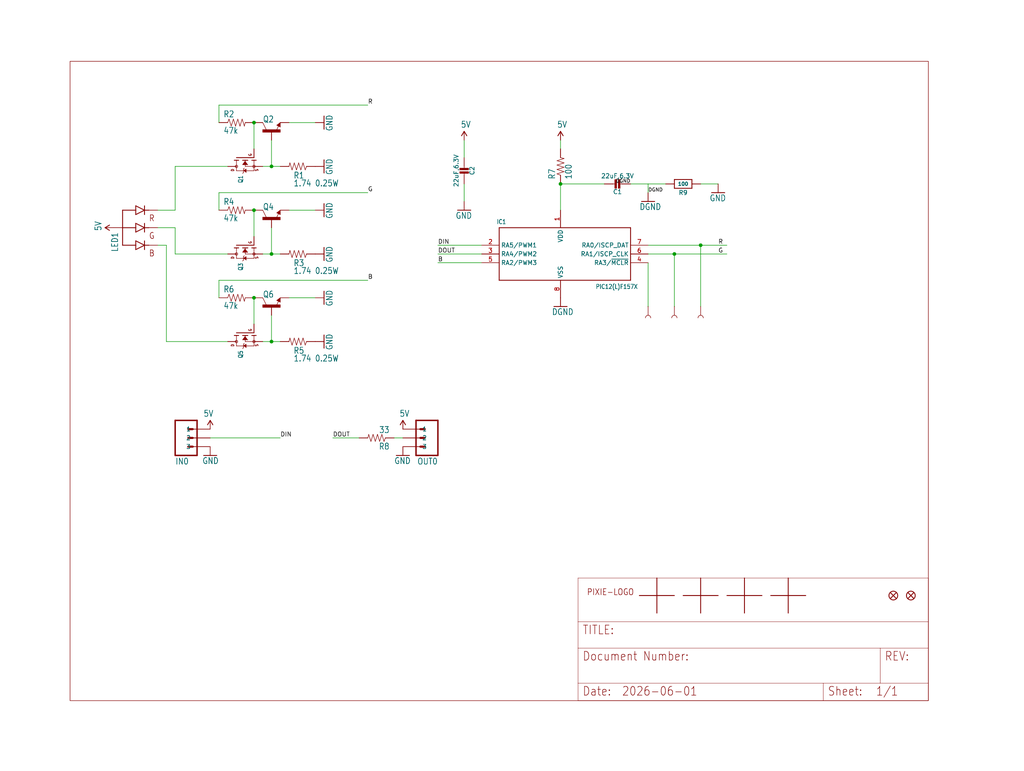
<source format=kicad_sch>
(kicad_sch (version 20230121) (generator eeschema)
  (paper "User" 297.002 223.571)
  (lib_symbols
    (symbol "working-eagle-import:5V" (power)
      (property "Value" "5V" (at -1.016 3.556 0))
      (symbol "5V_1_0"
        (polyline (pts (xy 0 2.54) (xy -0.762 1.27)) (stroke (width 0.254)))
        (polyline (pts (xy 0.762 1.27) (xy 0 2.54)) (stroke (width 0.254)))
        (pin power_in line (at 0 0 90) (length 2.54) (name "5V") (number "1"))
      )
    )
    (symbol "working-eagle-import:ALIGN_CROSS"
      (symbol "ALIGN_CROSS_1_0"
        (polyline (pts (xy -5.08 0) (xy 5.08 0)) (stroke (width 0.254)))
        (polyline (pts (xy 0 5.08) (xy 0 -5.08)) (stroke (width 0.254)))
      )
    )
    (symbol "working-eagle-import:CAP_CERAMIC_0805MP"
      (property "Reference" "C" (at -2.29 1.25 90))
      (symbol "CAP_CERAMIC_0805MP_1_0"
        (rectangle (start -1.27 0.508) (end 1.27 1.016) (fill (type outline)))
        (rectangle (start -1.27 1.524) (end 1.27 2.032) (fill (type outline)))
        (polyline (pts (xy 0 0.762) (xy 0 0)) (stroke (width 0.1524)))
        (polyline (pts (xy 0 2.54) (xy 0 1.778)) (stroke (width 0.1524)))
        (pin passive line (at 0 5.08 270) (length 2.54) (name "1") (number "1"))
        (pin passive line (at 0 -2.54 90) (length 2.54) (name "2") (number "2"))
      )
    )
    (symbol "working-eagle-import:DGND" (power)
      (property "Value" "DGND" (at -2.54 -2.54 0))
      (symbol "DGND_1_0"
        (polyline (pts (xy -1.905 0) (xy 1.905 0)) (stroke (width 0.254)))
        (pin power_in line (at 0 2.54 270) (length 2.54) (name "GND") (number "1"))
      )
    )
    (symbol "working-eagle-import:FIDUCIAL{dblquote}{dblquote}"
      (symbol "FIDUCIAL{dblquote}{dblquote}_1_0"
        (polyline (pts (xy -0.762 0.762) (xy 0.762 -0.762)) (stroke (width 0.254)))
        (polyline (pts (xy 0.762 0.762) (xy -0.762 -0.762)) (stroke (width 0.254)))
        (circle (center 0 0) (radius 1.27) (stroke (width 0.254)))
      )
    )
    (symbol "working-eagle-import:GND" (power)
      (property "Value" "GND" (at -2.54 -2.54 0))
      (symbol "GND_1_0"
        (polyline (pts (xy -1.905 0) (xy 1.905 0)) (stroke (width 0.254)))
        (pin power_in line (at 0 2.54 270) (length 2.54) (name "GND") (number "1"))
      )
    )
    (symbol "working-eagle-import:IRLML2060TRPBF"
      (property "Reference" "Q" (at 5.08 0.635 0))
      (symbol "IRLML2060TRPBF_1_0"
        (polyline (pts (xy 0 2.54) (xy 0 -2.54)) (stroke (width 0.254)))
        (polyline (pts (xy 0.762 -2.54) (xy 0.762 -3.175)) (stroke (width 0.254)))
        (polyline (pts (xy 0.762 -1.905) (xy 0.762 -2.54)) (stroke (width 0.254)))
        (polyline (pts (xy 0.762 0) (xy 0.762 -0.762)) (stroke (width 0.254)))
        (polyline (pts (xy 0.762 0) (xy 2.54 0)) (stroke (width 0.1524)))
        (polyline (pts (xy 0.762 0.762) (xy 0.762 0)) (stroke (width 0.254)))
        (polyline (pts (xy 0.762 2.54) (xy 0.762 1.905)) (stroke (width 0.254)))
        (polyline (pts (xy 0.762 2.54) (xy 3.81 2.54)) (stroke (width 0.1524)))
        (polyline (pts (xy 0.762 3.175) (xy 0.762 2.54)) (stroke (width 0.254)))
        (polyline (pts (xy 2.54 -2.54) (xy 0.762 -2.54)) (stroke (width 0.1524)))
        (polyline (pts (xy 2.54 -2.54) (xy 3.81 -2.54)) (stroke (width 0.1524)))
        (polyline (pts (xy 2.54 0) (xy 2.54 -2.54)) (stroke (width 0.1524)))
        (polyline (pts (xy 3.302 0.508) (xy 3.048 0.254)) (stroke (width 0.1524)))
        (polyline (pts (xy 3.81 0.508) (xy 3.302 0.508)) (stroke (width 0.1524)))
        (polyline (pts (xy 3.81 0.508) (xy 3.81 -2.54)) (stroke (width 0.1524)))
        (polyline (pts (xy 3.81 2.54) (xy 3.81 0.508)) (stroke (width 0.1524)))
        (polyline (pts (xy 4.318 0.508) (xy 3.81 0.508)) (stroke (width 0.1524)))
        (polyline (pts (xy 4.572 0.762) (xy 4.318 0.508)) (stroke (width 0.1524)))
        (polyline (pts (xy 1.016 0) (xy 2.032 0.762) (xy 2.032 -0.762)) (stroke (width 0.1524)) (fill (type outline)))
        (polyline (pts (xy 3.81 0.508) (xy 3.302 -0.254) (xy 4.318 -0.254)) (stroke (width 0.1524)) (fill (type outline)))
        (circle (center 2.54 -2.54) (radius 0.3592))
        (circle (center 2.54 2.54) (radius 0.3592))
        (text "D" (at 3.175 3.175 0) (effects (font (size 0.8128 0.6908)) (justify left bottom)))
        (text "G" (at -1.27 -1.905 0) (effects (font (size 0.8128 0.6908)) (justify left bottom)))
        (text "S" (at 3.175 -3.81 0) (effects (font (size 0.8128 0.6908)) (justify left bottom)))
        (pin bidirectional line (at -2.54 -2.54 0) (length 2.54) (name "G") (number "1"))
        (pin bidirectional line (at 2.54 -5.08 90) (length 2.54) (name "S") (number "2"))
        (pin bidirectional line (at 2.54 5.08 270) (length 2.54) (name "D") (number "3"))
      )
    )
    (symbol "working-eagle-import:LETTER_L"
      (symbol "LETTER_L_1_0"
        (polyline (pts (xy 0 0) (xy 248.92 0) (xy 248.92 185.42) (xy 0 185.42) (xy 0 0)))
      )
      (symbol "LETTER_L_2_0"
        (polyline (pts (xy 0 0) (xy 0 5.08)) (stroke (width 0.1016)))
        (polyline (pts (xy 0 0) (xy 71.12 0)) (stroke (width 0.1016)))
        (polyline (pts (xy 0 5.08) (xy 0 15.24)) (stroke (width 0.1016)))
        (polyline (pts (xy 0 5.08) (xy 71.12 5.08)) (stroke (width 0.1016)))
        (polyline (pts (xy 0 15.24) (xy 0 22.86)) (stroke (width 0.1016)))
        (polyline (pts (xy 0 22.86) (xy 0 35.56)) (stroke (width 0.1016)))
        (polyline (pts (xy 0 22.86) (xy 101.6 22.86)) (stroke (width 0.1016)))
        (polyline (pts (xy 71.12 0) (xy 101.6 0)) (stroke (width 0.1016)))
        (polyline (pts (xy 71.12 5.08) (xy 71.12 0)) (stroke (width 0.1016)))
        (polyline (pts (xy 71.12 5.08) (xy 87.63 5.08)) (stroke (width 0.1016)))
        (polyline (pts (xy 87.63 5.08) (xy 101.6 5.08)) (stroke (width 0.1016)))
        (polyline (pts (xy 87.63 15.24) (xy 0 15.24)) (stroke (width 0.1016)))
        (polyline (pts (xy 87.63 15.24) (xy 87.63 5.08)) (stroke (width 0.1016)))
        (polyline (pts (xy 101.6 5.08) (xy 101.6 0)) (stroke (width 0.1016)))
        (polyline (pts (xy 101.6 15.24) (xy 87.63 15.24)) (stroke (width 0.1016)))
        (polyline (pts (xy 101.6 15.24) (xy 101.6 5.08)) (stroke (width 0.1016)))
        (polyline (pts (xy 101.6 22.86) (xy 101.6 15.24)) (stroke (width 0.1016)))
        (polyline (pts (xy 101.6 35.56) (xy 0 35.56)) (stroke (width 0.1016)))
        (polyline (pts (xy 101.6 35.56) (xy 101.6 22.86)) (stroke (width 0.1016)))
        (text "${#}/${##}" (at 86.36 1.27 0) (effects (font (size 2.54 2.159)) (justify left bottom)))
        (text "${CURRENT_DATE}" (at 12.7 1.27 0) (effects (font (size 2.54 2.159)) (justify left bottom)))
        (text "${PROJECTNAME}" (at 17.78 19.05 0) (effects (font (size 2.54 2.159)) (justify left bottom)))
        (text "Date:" (at 1.27 1.27 0) (effects (font (size 2.54 2.159)) (justify left bottom)))
        (text "Document Number:" (at 1.27 11.43 0) (effects (font (size 2.54 2.159)) (justify left bottom)))
        (text "REV:" (at 88.9 11.43 0) (effects (font (size 2.54 2.159)) (justify left bottom)))
        (text "Sheet:" (at 72.39 1.27 0) (effects (font (size 2.54 2.159)) (justify left bottom)))
        (text "TITLE:" (at 1.27 19.05 0) (effects (font (size 2.54 2.159)) (justify left bottom)))
      )
    )
    (symbol "working-eagle-import:M030.1PWR+SIG"
      (property "Reference" "JP" (at -2.54 5.842 0))
      (symbol "M030.1PWR+SIG_1_0"
        (polyline (pts (xy -2.54 5.08) (xy -2.54 -5.08)) (stroke (width 0.4064)))
        (polyline (pts (xy -2.54 5.08) (xy 3.81 5.08)) (stroke (width 0.4064)))
        (polyline (pts (xy 1.27 -2.54) (xy 2.54 -2.54)) (stroke (width 0.6096)))
        (polyline (pts (xy 1.27 0) (xy 2.54 0)) (stroke (width 0.6096)))
        (polyline (pts (xy 1.27 2.54) (xy 2.54 2.54)) (stroke (width 0.6096)))
        (polyline (pts (xy 3.81 -5.08) (xy -2.54 -5.08)) (stroke (width 0.4064)))
        (polyline (pts (xy 3.81 -5.08) (xy 3.81 5.08)) (stroke (width 0.4064)))
        (pin passive line (at 7.62 -2.54 180) (length 5.08) (name "1") (number "P$1"))
        (pin passive line (at 7.62 0 180) (length 5.08) (name "2") (number "P$2"))
        (pin passive line (at 7.62 2.54 180) (length 5.08) (name "3") (number "P$3"))
      )
    )
    (symbol "working-eagle-import:MMBT2222A"
      (property "Reference" "Q" (at 5.08 0 0))
      (symbol "MMBT2222A_1_0"
        (rectangle (start -0.254 -2.54) (end 0.508 2.54) (fill (type outline)))
        (polyline (pts (xy 1.27 -2.54) (xy 1.778 -1.524)) (stroke (width 0.1524)))
        (polyline (pts (xy 1.524 -2.413) (xy 2.286 -2.413)) (stroke (width 0.254)))
        (polyline (pts (xy 1.524 -2.286) (xy 1.905 -2.286)) (stroke (width 0.254)))
        (polyline (pts (xy 1.54 -2.04) (xy 0.308 -1.424)) (stroke (width 0.1524)))
        (polyline (pts (xy 1.778 -1.778) (xy 1.524 -2.286)) (stroke (width 0.254)))
        (polyline (pts (xy 1.778 -1.524) (xy 2.54 -2.54)) (stroke (width 0.1524)))
        (polyline (pts (xy 1.905 -2.286) (xy 1.778 -2.032)) (stroke (width 0.254)))
        (polyline (pts (xy 2.286 -2.413) (xy 1.778 -1.778)) (stroke (width 0.254)))
        (polyline (pts (xy 2.54 -2.54) (xy 1.27 -2.54)) (stroke (width 0.1524)))
        (polyline (pts (xy 2.54 2.54) (xy 0.508 1.524)) (stroke (width 0.1524)))
        (pin passive line (at -2.54 0 0) (length 2.54) (name "B") (number "1"))
        (pin passive line (at 2.54 -5.08 90) (length 2.54) (name "E") (number "2"))
        (pin passive line (at 2.54 5.08 270) (length 2.54) (name "C") (number "3"))
      )
    )
    (symbol "working-eagle-import:PIC12(L)F157X"
      (property "Reference" "IC" (at -10.922 13.716 0))
      (symbol "PIC12(L)F157X_1_0"
        (polyline (pts (xy -10.16 -2.54) (xy -10.16 12.7)) (stroke (width 0.254)))
        (polyline (pts (xy -10.16 12.7) (xy 27.94 12.7)) (stroke (width 0.254)))
        (polyline (pts (xy 27.94 -2.54) (xy -10.16 -2.54)) (stroke (width 0.254)))
        (polyline (pts (xy 27.94 12.7) (xy 27.94 -2.54)) (stroke (width 0.254)))
        (pin power_in line (at 7.62 17.78 270) (length 5.08) (name "VDD") (number "1"))
        (pin bidirectional line (at -15.24 7.62 0) (length 5.08) (name "RA5/PWM1") (number "2"))
        (pin bidirectional line (at -15.24 5.08 0) (length 5.08) (name "RA4/PWM2") (number "3"))
        (pin bidirectional line (at 33.02 2.54 180) (length 5.08) (name "RA3/~{MCLR}") (number "4"))
        (pin bidirectional line (at -15.24 2.54 0) (length 5.08) (name "RA2/PWM3") (number "5"))
        (pin bidirectional line (at 33.02 5.08 180) (length 5.08) (name "RA1/ISCP_CLK") (number "6"))
        (pin bidirectional line (at 33.02 7.62 180) (length 5.08) (name "RA0/ISCP_DAT") (number "7"))
        (pin power_in line (at 7.62 -7.62 90) (length 5.08) (name "VSS") (number "8"))
      )
    )
    (symbol "working-eagle-import:PIXIE-LOGO"
      (symbol "PIXIE-LOGO_1_0"
        (text "PIXIE-LOGO" (at 0 0 0) (effects (font (size 1.778 1.5113)) (justify left bottom)))
      )
    )
    (symbol "working-eagle-import:RESISTOR1206"
      (property "Reference" "R" (at -3.81 1.4986 0))
      (symbol "RESISTOR1206_1_0"
        (polyline (pts (xy -2.54 0) (xy -2.159 1.016)) (stroke (width 0.1524)))
        (polyline (pts (xy -2.159 1.016) (xy -1.524 -1.016)) (stroke (width 0.1524)))
        (polyline (pts (xy -1.524 -1.016) (xy -0.889 1.016)) (stroke (width 0.1524)))
        (polyline (pts (xy -0.889 1.016) (xy -0.254 -1.016)) (stroke (width 0.1524)))
        (polyline (pts (xy -0.254 -1.016) (xy 0.381 1.016)) (stroke (width 0.1524)))
        (polyline (pts (xy 0.381 1.016) (xy 1.016 -1.016)) (stroke (width 0.1524)))
        (polyline (pts (xy 1.016 -1.016) (xy 1.651 1.016)) (stroke (width 0.1524)))
        (polyline (pts (xy 1.651 1.016) (xy 2.286 -1.016)) (stroke (width 0.1524)))
        (polyline (pts (xy 2.286 -1.016) (xy 2.54 0)) (stroke (width 0.1524)))
        (pin passive line (at -5.08 0 0) (length 2.54) (name "1") (number "1"))
        (pin passive line (at 5.08 0 180) (length 2.54) (name "2") (number "2"))
      )
    )
    (symbol "working-eagle-import:RESISTOR_0603MP"
      (property "Reference" "R" (at 0 2.54 0))
      (symbol "RESISTOR_0603MP_1_0"
        (polyline (pts (xy -2.54 -1.27) (xy -2.54 1.27)) (stroke (width 0.254)))
        (polyline (pts (xy -2.54 1.27) (xy 2.54 1.27)) (stroke (width 0.254)))
        (polyline (pts (xy 2.54 -1.27) (xy -2.54 -1.27)) (stroke (width 0.254)))
        (polyline (pts (xy 2.54 1.27) (xy 2.54 -1.27)) (stroke (width 0.254)))
        (pin passive line (at -5.08 0 0) (length 2.54) (name "1") (number "1"))
        (pin passive line (at 5.08 0 180) (length 2.54) (name "2") (number "2"))
      )
    )
    (symbol "working-eagle-import:RGBLED_CA"
      (property "Reference" "LED" (at -6.35 1.27 90))
      (symbol "RGBLED_CA_1_0"
        (polyline (pts (xy -5.08 -5.08) (xy -1.27 -5.08)) (stroke (width 0.254)))
        (polyline (pts (xy -5.08 0) (xy -5.08 -5.08)) (stroke (width 0.254)))
        (polyline (pts (xy -5.08 0) (xy -1.27 0)) (stroke (width 0.254)))
        (polyline (pts (xy -5.08 5.08) (xy -5.08 0)) (stroke (width 0.254)))
        (polyline (pts (xy -5.08 5.08) (xy -1.27 5.08)) (stroke (width 0.254)))
        (polyline (pts (xy -1.27 -6.35) (xy 1.27 -5.08)) (stroke (width 0.254)))
        (polyline (pts (xy -1.27 -5.08) (xy -1.27 -6.35)) (stroke (width 0.254)))
        (polyline (pts (xy -1.27 -3.81) (xy -1.27 -5.08)) (stroke (width 0.254)))
        (polyline (pts (xy -1.27 -1.27) (xy 1.27 0)) (stroke (width 0.254)))
        (polyline (pts (xy -1.27 0) (xy -1.27 -1.27)) (stroke (width 0.254)))
        (polyline (pts (xy -1.27 1.27) (xy -1.27 0)) (stroke (width 0.254)))
        (polyline (pts (xy -1.27 3.81) (xy 1.27 5.08)) (stroke (width 0.254)))
        (polyline (pts (xy -1.27 5.08) (xy -1.27 3.81)) (stroke (width 0.254)))
        (polyline (pts (xy -1.27 6.35) (xy -1.27 5.08)) (stroke (width 0.254)))
        (polyline (pts (xy 1.27 -6.35) (xy 1.27 -5.08)) (stroke (width 0.254)))
        (polyline (pts (xy 1.27 -5.08) (xy -1.27 -3.81)) (stroke (width 0.254)))
        (polyline (pts (xy 1.27 -5.08) (xy 1.27 -3.81)) (stroke (width 0.254)))
        (polyline (pts (xy 1.27 -5.08) (xy 2.54 -5.08)) (stroke (width 0.254)))
        (polyline (pts (xy 1.27 0) (xy -1.27 1.27)) (stroke (width 0.254)))
        (polyline (pts (xy 1.27 0) (xy 1.27 -1.27)) (stroke (width 0.254)))
        (polyline (pts (xy 1.27 1.27) (xy 1.27 0)) (stroke (width 0.254)))
        (polyline (pts (xy 1.27 5.08) (xy -1.27 6.35)) (stroke (width 0.254)))
        (polyline (pts (xy 1.27 5.08) (xy 1.27 3.81)) (stroke (width 0.254)))
        (polyline (pts (xy 1.27 5.08) (xy 2.54 5.08)) (stroke (width 0.254)))
        (polyline (pts (xy 1.27 6.35) (xy 1.27 5.08)) (stroke (width 0.254)))
        (polyline (pts (xy 2.54 0) (xy 1.27 0)) (stroke (width 0.254)))
        (text "B" (at 2.54 6.35 0) (effects (font (size 1.778 1.5113)) (justify left bottom)))
        (text "G" (at 2.54 1.27 0) (effects (font (size 1.778 1.5113)) (justify left bottom)))
        (text "R" (at 2.54 -3.81 0) (effects (font (size 1.778 1.5113)) (justify left bottom)))
        (pin bidirectional line (at -7.62 0 0) (length 2.54) (name "VCC") (number "ANODE"))
        (pin bidirectional line (at 5.08 5.08 180) (length 2.54) (name "BLUE") (number "B"))
        (pin bidirectional line (at 5.08 0 180) (length 2.54) (name "GREEN") (number "G"))
        (pin bidirectional line (at 5.08 -5.08 180) (length 2.54) (name "RED") (number "R"))
      )
    )
    (symbol "working-eagle-import:RGBLED_RESISTOR0603"
      (property "Reference" "R" (at -3.81 1.4986 0))
      (symbol "RGBLED_RESISTOR0603_1_0"
        (polyline (pts (xy -2.54 0) (xy -2.159 1.016)) (stroke (width 0.1524)))
        (polyline (pts (xy -2.159 1.016) (xy -1.524 -1.016)) (stroke (width 0.1524)))
        (polyline (pts (xy -1.524 -1.016) (xy -0.889 1.016)) (stroke (width 0.1524)))
        (polyline (pts (xy -0.889 1.016) (xy -0.254 -1.016)) (stroke (width 0.1524)))
        (polyline (pts (xy -0.254 -1.016) (xy 0.381 1.016)) (stroke (width 0.1524)))
        (polyline (pts (xy 0.381 1.016) (xy 1.016 -1.016)) (stroke (width 0.1524)))
        (polyline (pts (xy 1.016 -1.016) (xy 1.651 1.016)) (stroke (width 0.1524)))
        (polyline (pts (xy 1.651 1.016) (xy 2.286 -1.016)) (stroke (width 0.1524)))
        (polyline (pts (xy 2.286 -1.016) (xy 2.54 0)) (stroke (width 0.1524)))
        (pin passive line (at -5.08 0 0) (length 2.54) (name "1") (number "1"))
        (pin passive line (at 5.08 0 180) (length 2.54) (name "2") (number "2"))
      )
    )
    (symbol "working-eagle-import:TEST-POINT3X4"
      (symbol "TEST-POINT3X4_1_0"
        (polyline (pts (xy 2.54 0) (xy 0 0)) (stroke (width 0.1524)))
        (arc (start 3.302 0.762) (mid 2.5433 0) (end 3.302 -0.762) (stroke (width 0.1524)))
        (pin bidirectional line (at 0 0 180) (length 0) (name "1") (number "P$1"))
      )
    )
  )
  (junction (at 162.56 53.34))
  (junction (at 195.58 73.66))
  (junction (at 203.2 71.12))
  (junction (at 73.66 86.36))
  (junction (at 78.74 99.06))
  (junction (at 73.66 35.56))
  (junction (at 78.74 73.66))
  (junction (at 73.66 60.96))
  (junction (at 78.74 48.26))
  (wire (pts (xy 76.2 48.26) (xy 78.74 48.26)) (stroke (width 0.1524)))
  (wire (pts (xy 203.2 71.12) (xy 210.82 71.12)) (stroke (width 0.1524)))
  (wire (pts (xy 50.8 48.26) (xy 66.04 48.26)) (stroke (width 0.1524)))
  (wire (pts (xy 91.44 60.96) (xy 83.82 60.96)) (stroke (width 0.1524)))
  (wire (pts (xy 48.26 99.06) (xy 66.04 99.06)) (stroke (width 0.1524)))
  (wire (pts (xy 162.56 53.34) (xy 175.26 53.34)) (stroke (width 0.1524)))
  (wire (pts (xy 63.5 55.88) (xy 63.5 60.96)) (stroke (width 0.1524)))
  (wire (pts (xy 162.56 40.64) (xy 162.56 43.18)) (stroke (width 0.1524)))
  (wire (pts (xy 50.8 73.66) (xy 66.04 73.66)) (stroke (width 0.1524)))
  (wire (pts (xy 195.58 88.9) (xy 195.58 73.66)) (stroke (width 0.1524)))
  (wire (pts (xy 91.44 35.56) (xy 83.82 35.56)) (stroke (width 0.1524)))
  (wire (pts (xy 187.96 55.88) (xy 187.96 53.34)) (stroke (width 0.1524)))
  (wire (pts (xy 139.7 76.2) (xy 127 76.2)) (stroke (width 0.1524)))
  (wire (pts (xy 45.72 71.12) (xy 48.26 71.12)) (stroke (width 0.1524)))
  (wire (pts (xy 182.88 53.34) (xy 193.04 53.34)) (stroke (width 0.1524)))
  (wire (pts (xy 45.72 60.96) (xy 50.8 60.96)) (stroke (width 0.1524)))
  (wire (pts (xy 50.8 66.04) (xy 50.8 73.66)) (stroke (width 0.1524)))
  (wire (pts (xy 63.5 55.88) (xy 106.68 55.88)) (stroke (width 0.1524)))
  (wire (pts (xy 203.2 88.9) (xy 203.2 71.12)) (stroke (width 0.1524)))
  (wire (pts (xy 63.5 30.48) (xy 63.5 35.56)) (stroke (width 0.1524)))
  (wire (pts (xy 187.96 73.66) (xy 195.58 73.66)) (stroke (width 0.1524)))
  (wire (pts (xy 78.74 66.04) (xy 78.74 73.66)) (stroke (width 0.1524)))
  (wire (pts (xy 63.5 30.48) (xy 106.68 30.48)) (stroke (width 0.1524)))
  (wire (pts (xy 114.3 127) (xy 116.84 127)) (stroke (width 0.1524)))
  (wire (pts (xy 195.58 73.66) (xy 210.82 73.66)) (stroke (width 0.1524)))
  (wire (pts (xy 76.2 73.66) (xy 78.74 73.66)) (stroke (width 0.1524)))
  (wire (pts (xy 78.74 91.44) (xy 78.74 99.06)) (stroke (width 0.1524)))
  (wire (pts (xy 60.96 127) (xy 81.28 127)) (stroke (width 0.1524)))
  (wire (pts (xy 139.7 71.12) (xy 127 71.12)) (stroke (width 0.1524)))
  (wire (pts (xy 187.96 71.12) (xy 203.2 71.12)) (stroke (width 0.1524)))
  (wire (pts (xy 104.14 127) (xy 96.52 127)) (stroke (width 0.1524)))
  (wire (pts (xy 50.8 60.96) (xy 50.8 48.26)) (stroke (width 0.1524)))
  (wire (pts (xy 78.74 48.26) (xy 81.28 48.26)) (stroke (width 0.1524)))
  (wire (pts (xy 76.2 99.06) (xy 78.74 99.06)) (stroke (width 0.1524)))
  (wire (pts (xy 78.74 40.64) (xy 78.74 48.26)) (stroke (width 0.1524)))
  (wire (pts (xy 162.56 60.96) (xy 162.56 53.34)) (stroke (width 0.1524)))
  (wire (pts (xy 139.7 73.66) (xy 127 73.66)) (stroke (width 0.1524)))
  (wire (pts (xy 134.62 58.42) (xy 134.62 53.34)) (stroke (width 0.1524)))
  (wire (pts (xy 63.5 81.28) (xy 63.5 86.36)) (stroke (width 0.1524)))
  (wire (pts (xy 78.74 99.06) (xy 81.28 99.06)) (stroke (width 0.1524)))
  (wire (pts (xy 48.26 71.12) (xy 48.26 99.06)) (stroke (width 0.1524)))
  (wire (pts (xy 45.72 66.04) (xy 50.8 66.04)) (stroke (width 0.1524)))
  (wire (pts (xy 134.62 40.64) (xy 134.62 45.72)) (stroke (width 0.1524)))
  (wire (pts (xy 73.66 68.58) (xy 73.66 60.96)) (stroke (width 0.1524)))
  (wire (pts (xy 63.5 81.28) (xy 106.68 81.28)) (stroke (width 0.1524)))
  (wire (pts (xy 73.66 43.18) (xy 73.66 35.56)) (stroke (width 0.1524)))
  (wire (pts (xy 73.66 93.98) (xy 73.66 86.36)) (stroke (width 0.1524)))
  (wire (pts (xy 187.96 88.9) (xy 187.96 76.2)) (stroke (width 0.1524)))
  (wire (pts (xy 91.44 86.36) (xy 83.82 86.36)) (stroke (width 0.1524)))
  (wire (pts (xy 203.2 53.34) (xy 208.28 53.34)) (stroke (width 0.1524)))
  (wire (pts (xy 78.74 73.66) (xy 81.28 73.66)) (stroke (width 0.1524)))
  (label "DGND" (at 182.88 53.34 180) (effects (font (size 1.016 1.016))))
  (label "DOUT" (at 127 73.66 0) (effects (font (size 1.2446 1.2446))))
  (label "G" (at 106.68 55.88 0) (effects (font (size 1.2446 1.2446))))
  (label "DOUT" (at 96.52 127 0) (effects (font (size 1.2446 1.2446))))
  (label "R" (at 208.28 71.12 0) (effects (font (size 1.2446 1.2446))))
  (label "B" (at 106.68 81.28 0) (effects (font (size 1.2446 1.2446))))
  (label "DIN" (at 81.28 127 0) (effects (font (size 1.2446 1.2446))))
  (label "B" (at 127 76.2 0) (effects (font (size 1.2446 1.2446))))
  (label "G" (at 208.28 73.66 0) (effects (font (size 1.2446 1.2446))))
  (label "R" (at 106.68 30.48 0) (effects (font (size 1.2446 1.2446))))
  (label "DGND" (at 187.96 55.88 0) (effects (font (size 1.016 1.016))))
  (label "DIN" (at 127 71.12 0) (effects (font (size 1.2446 1.2446))))
  (symbol (lib_id "working-eagle-import:GND") (at 208.28 55.88 0) (unit 1)
    (property "Reference" "#GND4" (effects hide))
    (property "Value" "GND" (at 205.74 58.42 0) (effects (font (size 1.778 1.5113)) (justify left bottom)))
  )
  (symbol (lib_id "working-eagle-import:GND") (at 93.98 73.66 90) (unit 1)
    (property "Reference" "#GND3" (effects hide))
    (property "Value" "GND" (at 96.52 76.2 0) (effects (font (size 1.778 1.5113)) (justify left bottom)))
  )
  (symbol (lib_id "working-eagle-import:TEST-POINT3X4") (at 187.96 88.9 270) (unit 1)
    (property "Reference" "!MCLR0" (effects hide))
    (property "Value" "TEST-POINT3X4" (effects hide))
    (property "Footprint" "working:PAD.03X.04" (effects hide))
  )
  (symbol (lib_id "working-eagle-import:RGBLED_CA") (at 40.64 66.04 0) (mirror x) (unit 1)
    (property "Reference" "LED1" (at 34.29 67.31 90) (effects (font (size 1.778 1.5113)) (justify left bottom)))
    (property "Value" "RGBLED_CA" (effects hide))
    (property "Footprint" "working:RGBLED3W4PIN" (effects hide))
  )
  (symbol (lib_id "working-eagle-import:MMBT2222A") (at 78.74 88.9 90) (unit 1)
    (property "Reference" "Q6" (at 76.2 86.36 90) (effects (font (size 1.778 1.5113)) (justify right top)))
    (property "Value" "MMBT2222A" (effects hide))
    (property "Footprint" "working:SOT23-3" (effects hide))
  )
  (symbol (lib_id "working-eagle-import:PIXIE-LOGO") (at 170.18 172.72 0) (unit 1)
    (property "Reference" "U$5" (effects hide))
    (property "Value" "PIXIE-LOGO" (effects hide))
    (property "Footprint" "working:PIXIE-LOGO" (effects hide))
  )
  (symbol (lib_id "working-eagle-import:RGBLED_RESISTOR0603") (at 68.58 35.56 0) (unit 1)
    (property "Reference" "R2" (at 64.77 34.0614 0) (effects (font (size 1.778 1.5113)) (justify left bottom)))
    (property "Value" "47k" (at 64.77 38.862 0) (effects (font (size 1.778 1.5113)) (justify left bottom)))
    (property "Footprint" "working:0603-RES" (effects hide))
  )
  (symbol (lib_id "working-eagle-import:GND") (at 134.62 60.96 0) (unit 1)
    (property "Reference" "#GND8" (effects hide))
    (property "Value" "GND" (at 132.08 63.5 0) (effects (font (size 1.778 1.5113)) (justify left bottom)))
  )
  (symbol (lib_id "working-eagle-import:GND") (at 93.98 35.56 90) (unit 1)
    (property "Reference" "#GND2" (effects hide))
    (property "Value" "GND" (at 96.52 38.1 0) (effects (font (size 1.778 1.5113)) (justify left bottom)))
  )
  (symbol (lib_id "working-eagle-import:RGBLED_RESISTOR0603") (at 162.56 48.26 90) (unit 1)
    (property "Reference" "R7" (at 161.0614 52.07 0) (effects (font (size 1.778 1.5113)) (justify left bottom)))
    (property "Value" "100" (at 165.862 52.07 0) (effects (font (size 1.778 1.5113)) (justify left bottom)))
    (property "Footprint" "working:0603-RES" (effects hide))
  )
  (symbol (lib_id "working-eagle-import:TEST-POINT3X4") (at 203.2 88.9 270) (unit 1)
    (property "Reference" "PGD0" (effects hide))
    (property "Value" "TEST-POINT3X4" (effects hide))
    (property "Footprint" "working:PAD.03X.04" (effects hide))
  )
  (symbol (lib_id "working-eagle-import:GND") (at 60.96 132.08 0) (mirror y) (unit 1)
    (property "Reference" "#GND12" (effects hide))
    (property "Value" "GND" (at 63.5 134.62 0) (effects (font (size 1.778 1.5113)) (justify left bottom)))
  )
  (symbol (lib_id "working-eagle-import:ALIGN_CROSS") (at 190.5 172.72 0) (unit 1)
    (property "Reference" "U$1" (effects hide))
    (property "Value" "ALIGN_CROSS" (effects hide))
    (property "Footprint" "working:ALIGN_CROSS" (effects hide))
  )
  (symbol (lib_id "working-eagle-import:5V") (at 60.96 124.46 0) (mirror y) (unit 1)
    (property "Reference" "#SUPPLY1" (effects hide))
    (property "Value" "5V" (at 61.976 120.904 0) (effects (font (size 1.778 1.5113)) (justify left bottom)))
  )
  (symbol (lib_id "working-eagle-import:RGBLED_RESISTOR0603") (at 109.22 127 180) (unit 1)
    (property "Reference" "R8" (at 113.03 128.4986 0) (effects (font (size 1.778 1.5113)) (justify left bottom)))
    (property "Value" "33" (at 113.03 123.698 0) (effects (font (size 1.778 1.5113)) (justify left bottom)))
    (property "Footprint" "working:0603-RES" (effects hide))
  )
  (symbol (lib_id "working-eagle-import:IRLML2060TRPBF") (at 71.12 96.52 90) (mirror x) (unit 1)
    (property "Reference" "Q5" (at 70.485 101.6 0) (effects (font (size 1.27 1.0795)) (justify left bottom)))
    (property "Value" "IRLML2060TRPBF" (effects hide))
    (property "Footprint" "working:SOT23-3" (effects hide))
  )
  (symbol (lib_id "working-eagle-import:GND") (at 93.98 86.36 90) (unit 1)
    (property "Reference" "#GND10" (effects hide))
    (property "Value" "GND" (at 96.52 88.9 0) (effects (font (size 1.778 1.5113)) (justify left bottom)))
  )
  (symbol (lib_id "working-eagle-import:FIDUCIAL{dblquote}{dblquote}") (at 259.08 172.72 0) (unit 1)
    (property "Reference" "U$6" (effects hide))
    (property "Value" "FIDUCIAL{dblquote}{dblquote}" (effects hide))
    (property "Footprint" "working:FIDUCIAL_1MM" (effects hide))
  )
  (symbol (lib_id "working-eagle-import:DGND") (at 162.56 88.9 0) (unit 1)
    (property "Reference" "#GND6" (effects hide))
    (property "Value" "DGND" (at 160.02 91.44 0) (effects (font (size 1.778 1.5113)) (justify left bottom)))
  )
  (symbol (lib_id "working-eagle-import:DGND") (at 187.96 58.42 0) (unit 1)
    (property "Reference" "#GND5" (effects hide))
    (property "Value" "DGND" (at 185.42 60.96 0) (effects (font (size 1.778 1.5113)) (justify left bottom)))
  )
  (symbol (lib_id "working-eagle-import:IRLML2060TRPBF") (at 71.12 45.72 90) (mirror x) (unit 1)
    (property "Reference" "Q1" (at 70.485 50.8 0) (effects (font (size 1.27 1.0795)) (justify left bottom)))
    (property "Value" "IRLML2060TRPBF" (effects hide))
    (property "Footprint" "working:SOT23-3" (effects hide))
  )
  (symbol (lib_id "working-eagle-import:RESISTOR_0603MP") (at 198.12 53.34 180) (unit 1)
    (property "Reference" "R9" (at 198.12 55.88 0))
    (property "Value" "100" (at 198.12 53.34 0) (effects (font (size 1.016 1.016) bold)))
    (property "Footprint" "working:_0603MP" (effects hide))
  )
  (symbol (lib_id "working-eagle-import:MMBT2222A") (at 78.74 63.5 90) (unit 1)
    (property "Reference" "Q4" (at 76.2 60.96 90) (effects (font (size 1.778 1.5113)) (justify right top)))
    (property "Value" "MMBT2222A" (effects hide))
    (property "Footprint" "working:SOT23-3" (effects hide))
  )
  (symbol (lib_id "working-eagle-import:MMBT2222A") (at 78.74 38.1 90) (unit 1)
    (property "Reference" "Q2" (at 76.2 35.56 90) (effects (font (size 1.778 1.5113)) (justify right top)))
    (property "Value" "MMBT2222A" (effects hide))
    (property "Footprint" "working:SOT23-3" (effects hide))
  )
  (symbol (lib_id "working-eagle-import:5V") (at 116.84 124.46 0) (unit 1)
    (property "Reference" "#SUPPLY2" (effects hide))
    (property "Value" "5V" (at 115.824 120.904 0) (effects (font (size 1.778 1.5113)) (justify left bottom)))
  )
  (symbol (lib_id "working-eagle-import:LETTER_L") (at 20.32 203.2 0) (unit 1)
    (property "Reference" "#FRAME1" (effects hide))
    (property "Value" "LETTER_L" (effects hide))
  )
  (symbol (lib_id "working-eagle-import:RESISTOR1206") (at 86.36 73.66 180) (unit 1)
    (property "Reference" "R3" (at 85.09 77.2414 0) (effects (font (size 1.778 1.5113)) (justify right top)))
    (property "Value" "1.74 0.25W" (at 85.09 79.502 0) (effects (font (size 1.778 1.5113)) (justify right top)))
    (property "Footprint" "working:1206" (effects hide))
  )
  (symbol (lib_id "working-eagle-import:LETTER_L") (at 167.64 203.2 0) (unit 2)
    (property "Reference" "#FRAME1" (effects hide))
    (property "Value" "LETTER_L" (effects hide))
  )
  (symbol (lib_id "working-eagle-import:M030.1PWR+SIG") (at 53.34 127 0) (mirror x) (unit 1)
    (property "Reference" "IN0" (at 50.8 132.842 0) (effects (font (size 1.778 1.5113)) (justify left bottom)))
    (property "Value" "M030.1PWR+SIG" (effects hide))
    (property "Footprint" "working:1X03-0.1PWR+SIG" (effects hide))
  )
  (symbol (lib_id "working-eagle-import:5V") (at 134.62 40.64 0) (unit 1)
    (property "Reference" "#SUPPLY3" (effects hide))
    (property "Value" "5V" (at 133.604 37.084 0) (effects (font (size 1.778 1.5113)) (justify left bottom)))
  )
  (symbol (lib_id "working-eagle-import:CAP_CERAMIC_0805MP") (at 134.62 48.26 180) (unit 1)
    (property "Reference" "C2" (at 136.91 49.51 90))
    (property "Value" "22uF,6.3V" (at 132.32 49.51 90))
    (property "Footprint" "working:_0805MP" (effects hide))
  )
  (symbol (lib_id "working-eagle-import:FIDUCIAL{dblquote}{dblquote}") (at 264.16 172.72 0) (unit 1)
    (property "Reference" "U$7" (effects hide))
    (property "Value" "FIDUCIAL{dblquote}{dblquote}" (effects hide))
    (property "Footprint" "working:FIDUCIAL_1MM" (effects hide))
  )
  (symbol (lib_id "working-eagle-import:RGBLED_RESISTOR0603") (at 68.58 86.36 0) (unit 1)
    (property "Reference" "R6" (at 64.77 84.8614 0) (effects (font (size 1.778 1.5113)) (justify left bottom)))
    (property "Value" "47k" (at 64.77 89.662 0) (effects (font (size 1.778 1.5113)) (justify left bottom)))
    (property "Footprint" "working:0603-RES" (effects hide))
  )
  (symbol (lib_id "working-eagle-import:GND") (at 116.84 132.08 0) (unit 1)
    (property "Reference" "#GND11" (effects hide))
    (property "Value" "GND" (at 114.3 134.62 0) (effects (font (size 1.778 1.5113)) (justify left bottom)))
  )
  (symbol (lib_id "working-eagle-import:TEST-POINT3X4") (at 195.58 88.9 270) (unit 1)
    (property "Reference" "PGC0" (effects hide))
    (property "Value" "TEST-POINT3X4" (effects hide))
    (property "Footprint" "working:PAD.03X.04" (effects hide))
  )
  (symbol (lib_id "working-eagle-import:RESISTOR1206") (at 86.36 48.26 180) (unit 1)
    (property "Reference" "R1" (at 85.09 51.8414 0) (effects (font (size 1.778 1.5113)) (justify right top)))
    (property "Value" "1.74 0.25W" (at 85.09 54.102 0) (effects (font (size 1.778 1.5113)) (justify right top)))
    (property "Footprint" "working:1206" (effects hide))
  )
  (symbol (lib_id "working-eagle-import:M030.1PWR+SIG") (at 124.46 127 180) (unit 1)
    (property "Reference" "OUT0" (at 127 132.842 0) (effects (font (size 1.778 1.5113)) (justify left bottom)))
    (property "Value" "M030.1PWR+SIG" (effects hide))
    (property "Footprint" "working:1X03-0.1PWR+SIG" (effects hide))
  )
  (symbol (lib_id "working-eagle-import:IRLML2060TRPBF") (at 71.12 71.12 90) (mirror x) (unit 1)
    (property "Reference" "Q3" (at 70.485 76.2 0) (effects (font (size 1.27 1.0795)) (justify left bottom)))
    (property "Value" "IRLML2060TRPBF" (effects hide))
    (property "Footprint" "working:SOT23-3" (effects hide))
  )
  (symbol (lib_id "working-eagle-import:5V") (at 33.02 66.04 90) (unit 1)
    (property "Reference" "#SUPPLY4" (effects hide))
    (property "Value" "5V" (at 29.464 67.056 0) (effects (font (size 1.778 1.5113)) (justify left bottom)))
  )
  (symbol (lib_id "working-eagle-import:RGBLED_RESISTOR0603") (at 68.58 60.96 0) (unit 1)
    (property "Reference" "R4" (at 64.77 59.4614 0) (effects (font (size 1.778 1.5113)) (justify left bottom)))
    (property "Value" "47k" (at 64.77 64.262 0) (effects (font (size 1.778 1.5113)) (justify left bottom)))
    (property "Footprint" "working:0603-RES" (effects hide))
  )
  (symbol (lib_id "working-eagle-import:GND") (at 93.98 48.26 90) (unit 1)
    (property "Reference" "#GND1" (effects hide))
    (property "Value" "GND" (at 96.52 50.8 0) (effects (font (size 1.778 1.5113)) (justify left bottom)))
  )
  (symbol (lib_id "working-eagle-import:ALIGN_CROSS") (at 215.9 172.72 0) (unit 1)
    (property "Reference" "U$3" (effects hide))
    (property "Value" "ALIGN_CROSS" (effects hide))
    (property "Footprint" "working:ALIGN_CROSS" (effects hide))
  )
  (symbol (lib_id "working-eagle-import:PIC12(L)F157X") (at 154.94 78.74 0) (unit 1)
    (property "Reference" "IC1" (at 144.018 65.024 0) (effects (font (size 1.27 1.0795)) (justify left bottom)))
    (property "Value" "PIC12(L)F157X" (at 172.72 83.82 0) (effects (font (size 1.27 1.0795)) (justify left bottom)))
    (property "Footprint" "working:MSOP-8" (effects hide))
  )
  (symbol (lib_id "working-eagle-import:RESISTOR1206") (at 86.36 99.06 180) (unit 1)
    (property "Reference" "R5" (at 85.09 102.6414 0) (effects (font (size 1.778 1.5113)) (justify right top)))
    (property "Value" "1.74 0.25W" (at 85.09 104.902 0) (effects (font (size 1.778 1.5113)) (justify right top)))
    (property "Footprint" "working:1206" (effects hide))
  )
  (symbol (lib_id "working-eagle-import:ALIGN_CROSS") (at 203.2 172.72 0) (unit 1)
    (property "Reference" "U$2" (effects hide))
    (property "Value" "ALIGN_CROSS" (effects hide))
    (property "Footprint" "working:ALIGN_CROSS" (effects hide))
  )
  (symbol (lib_id "working-eagle-import:GND") (at 93.98 60.96 90) (unit 1)
    (property "Reference" "#GND7" (effects hide))
    (property "Value" "GND" (at 96.52 63.5 0) (effects (font (size 1.778 1.5113)) (justify left bottom)))
  )
  (symbol (lib_id "working-eagle-import:GND") (at 93.98 99.06 90) (unit 1)
    (property "Reference" "#GND9" (effects hide))
    (property "Value" "GND" (at 96.52 101.6 0) (effects (font (size 1.778 1.5113)) (justify left bottom)))
  )
  (symbol (lib_id "working-eagle-import:ALIGN_CROSS") (at 228.6 172.72 0) (unit 1)
    (property "Reference" "U$4" (effects hide))
    (property "Value" "ALIGN_CROSS" (effects hide))
    (property "Footprint" "working:ALIGN_CROSS" (effects hide))
  )
  (symbol (lib_id "working-eagle-import:CAP_CERAMIC_0805MP") (at 180.34 53.34 90) (unit 1)
    (property "Reference" "C1" (at 179.09 55.63 90))
    (property "Value" "22uF,6.3V" (at 179.09 51.04 90))
    (property "Footprint" "working:_0805MP" (effects hide))
  )
  (symbol (lib_id "working-eagle-import:5V") (at 162.56 40.64 0) (unit 1)
    (property "Reference" "#SUPPLY5" (effects hide))
    (property "Value" "5V" (at 161.544 37.084 0) (effects (font (size 1.778 1.5113)) (justify left bottom)))
  )
)
</source>
